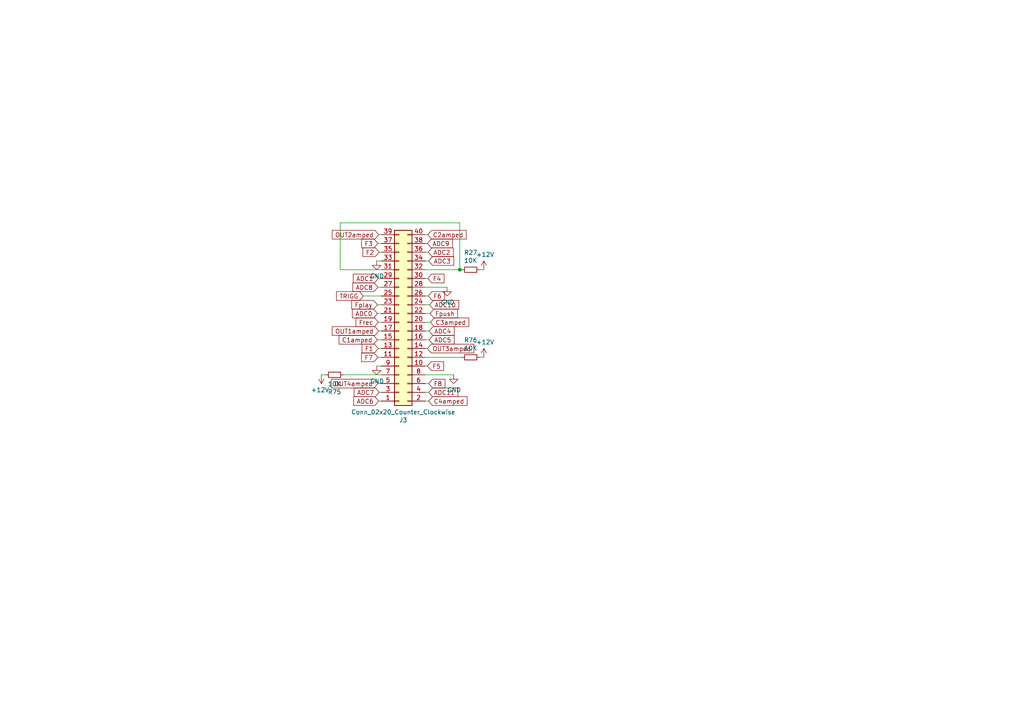
<source format=kicad_sch>
(kicad_sch (version 20211123) (generator eeschema)
  (paper "A4")
  (lib_symbols
    (symbol "Connector_Generic:Conn_02x20_Odd_Even" (pin_names (offset 1.016) hide)
      (property "Reference" "J" (at 1.27 25.4 0))
      (property "Value" "Conn_02x20_Odd_Even" (at 1.27 -27.94 0))
      (symbol "Conn_02x20_Odd_Even_1_1"
        (rectangle (start -1.27 -25.273) (end 0 -25.527) (stroke (width 0.1524)))
        (rectangle (start -1.27 -22.733) (end 0 -22.987) (stroke (width 0.1524)))
        (rectangle (start -1.27 -20.193) (end 0 -20.447) (stroke (width 0.1524)))
        (rectangle (start -1.27 -17.653) (end 0 -17.907) (stroke (width 0.1524)))
        (rectangle (start -1.27 -15.113) (end 0 -15.367) (stroke (width 0.1524)))
        (rectangle (start -1.27 -12.573) (end 0 -12.827) (stroke (width 0.1524)))
        (rectangle (start -1.27 -10.033) (end 0 -10.287) (stroke (width 0.1524)))
        (rectangle (start -1.27 -7.493) (end 0 -7.747) (stroke (width 0.1524)))
        (rectangle (start -1.27 -4.953) (end 0 -5.207) (stroke (width 0.1524)))
        (rectangle (start -1.27 -2.413) (end 0 -2.667) (stroke (width 0.1524)))
        (rectangle (start -1.27 0.127) (end 0 -0.127) (stroke (width 0.1524)))
        (rectangle (start -1.27 2.667) (end 0 2.413) (stroke (width 0.1524)))
        (rectangle (start -1.27 5.207) (end 0 4.953) (stroke (width 0.1524)))
        (rectangle (start -1.27 7.747) (end 0 7.493) (stroke (width 0.1524)))
        (rectangle (start -1.27 10.287) (end 0 10.033) (stroke (width 0.1524)))
        (rectangle (start -1.27 12.827) (end 0 12.573) (stroke (width 0.1524)))
        (rectangle (start -1.27 15.367) (end 0 15.113) (stroke (width 0.1524)))
        (rectangle (start -1.27 17.907) (end 0 17.653) (stroke (width 0.1524)))
        (rectangle (start -1.27 20.447) (end 0 20.193) (stroke (width 0.1524)))
        (rectangle (start -1.27 22.987) (end 0 22.733) (stroke (width 0.1524)))
        (rectangle (start -1.27 24.13) (end 3.81 -26.67) (stroke (width 0.254)) (fill (type background)))
        (rectangle (start 3.81 -25.273) (end 2.54 -25.527) (stroke (width 0.1524)))
        (rectangle (start 3.81 -22.733) (end 2.54 -22.987) (stroke (width 0.1524)))
        (rectangle (start 3.81 -20.193) (end 2.54 -20.447) (stroke (width 0.1524)))
        (rectangle (start 3.81 -17.653) (end 2.54 -17.907) (stroke (width 0.1524)))
        (rectangle (start 3.81 -15.113) (end 2.54 -15.367) (stroke (width 0.1524)))
        (rectangle (start 3.81 -12.573) (end 2.54 -12.827) (stroke (width 0.1524)))
        (rectangle (start 3.81 -10.033) (end 2.54 -10.287) (stroke (width 0.1524)))
        (rectangle (start 3.81 -7.493) (end 2.54 -7.747) (stroke (width 0.1524)))
        (rectangle (start 3.81 -4.953) (end 2.54 -5.207) (stroke (width 0.1524)))
        (rectangle (start 3.81 -2.413) (end 2.54 -2.667) (stroke (width 0.1524)))
        (rectangle (start 3.81 0.127) (end 2.54 -0.127) (stroke (width 0.1524)))
        (rectangle (start 3.81 2.667) (end 2.54 2.413) (stroke (width 0.1524)))
        (rectangle (start 3.81 5.207) (end 2.54 4.953) (stroke (width 0.1524)))
        (rectangle (start 3.81 7.747) (end 2.54 7.493) (stroke (width 0.1524)))
        (rectangle (start 3.81 10.287) (end 2.54 10.033) (stroke (width 0.1524)))
        (rectangle (start 3.81 12.827) (end 2.54 12.573) (stroke (width 0.1524)))
        (rectangle (start 3.81 15.367) (end 2.54 15.113) (stroke (width 0.1524)))
        (rectangle (start 3.81 17.907) (end 2.54 17.653) (stroke (width 0.1524)))
        (rectangle (start 3.81 20.447) (end 2.54 20.193) (stroke (width 0.1524)))
        (rectangle (start 3.81 22.987) (end 2.54 22.733) (stroke (width 0.1524)))
        (pin passive line (at -5.08 22.86 0) (length 3.81) (name "Pin_1") (number "1"))
        (pin passive line (at 7.62 12.7 180) (length 3.81) (name "Pin_10") (number "10"))
        (pin passive line (at -5.08 10.16 0) (length 3.81) (name "Pin_11") (number "11"))
        (pin passive line (at 7.62 10.16 180) (length 3.81) (name "Pin_12") (number "12"))
        (pin passive line (at -5.08 7.62 0) (length 3.81) (name "Pin_13") (number "13"))
        (pin passive line (at 7.62 7.62 180) (length 3.81) (name "Pin_14") (number "14"))
        (pin passive line (at -5.08 5.08 0) (length 3.81) (name "Pin_15") (number "15"))
        (pin passive line (at 7.62 5.08 180) (length 3.81) (name "Pin_16") (number "16"))
        (pin passive line (at -5.08 2.54 0) (length 3.81) (name "Pin_17") (number "17"))
        (pin passive line (at 7.62 2.54 180) (length 3.81) (name "Pin_18") (number "18"))
        (pin passive line (at -5.08 0 0) (length 3.81) (name "Pin_19") (number "19"))
        (pin passive line (at 7.62 22.86 180) (length 3.81) (name "Pin_2") (number "2"))
        (pin passive line (at 7.62 0 180) (length 3.81) (name "Pin_20") (number "20"))
        (pin passive line (at -5.08 -2.54 0) (length 3.81) (name "Pin_21") (number "21"))
        (pin passive line (at 7.62 -2.54 180) (length 3.81) (name "Pin_22") (number "22"))
        (pin passive line (at -5.08 -5.08 0) (length 3.81) (name "Pin_23") (number "23"))
        (pin passive line (at 7.62 -5.08 180) (length 3.81) (name "Pin_24") (number "24"))
        (pin passive line (at -5.08 -7.62 0) (length 3.81) (name "Pin_25") (number "25"))
        (pin passive line (at 7.62 -7.62 180) (length 3.81) (name "Pin_26") (number "26"))
        (pin passive line (at -5.08 -10.16 0) (length 3.81) (name "Pin_27") (number "27"))
        (pin passive line (at 7.62 -10.16 180) (length 3.81) (name "Pin_28") (number "28"))
        (pin passive line (at -5.08 -12.7 0) (length 3.81) (name "Pin_29") (number "29"))
        (pin passive line (at -5.08 20.32 0) (length 3.81) (name "Pin_3") (number "3"))
        (pin passive line (at 7.62 -12.7 180) (length 3.81) (name "Pin_30") (number "30"))
        (pin passive line (at -5.08 -15.24 0) (length 3.81) (name "Pin_31") (number "31"))
        (pin passive line (at 7.62 -15.24 180) (length 3.81) (name "Pin_32") (number "32"))
        (pin passive line (at -5.08 -17.78 0) (length 3.81) (name "Pin_33") (number "33"))
        (pin passive line (at 7.62 -17.78 180) (length 3.81) (name "Pin_34") (number "34"))
        (pin passive line (at -5.08 -20.32 0) (length 3.81) (name "Pin_35") (number "35"))
        (pin passive line (at 7.62 -20.32 180) (length 3.81) (name "Pin_36") (number "36"))
        (pin passive line (at -5.08 -22.86 0) (length 3.81) (name "Pin_37") (number "37"))
        (pin passive line (at 7.62 -22.86 180) (length 3.81) (name "Pin_38") (number "38"))
        (pin passive line (at -5.08 -25.4 0) (length 3.81) (name "Pin_39") (number "39"))
        (pin passive line (at 7.62 20.32 180) (length 3.81) (name "Pin_4") (number "4"))
        (pin passive line (at 7.62 -25.4 180) (length 3.81) (name "Pin_40") (number "40"))
        (pin passive line (at -5.08 17.78 0) (length 3.81) (name "Pin_5") (number "5"))
        (pin passive line (at 7.62 17.78 180) (length 3.81) (name "Pin_6") (number "6"))
        (pin passive line (at -5.08 15.24 0) (length 3.81) (name "Pin_7") (number "7"))
        (pin passive line (at 7.62 15.24 180) (length 3.81) (name "Pin_8") (number "8"))
        (pin passive line (at -5.08 12.7 0) (length 3.81) (name "Pin_9") (number "9"))
      )
    )
    (symbol "Device:R_Small" (pin_numbers hide) (pin_names (offset 0.254) hide)
      (property "Reference" "R" (at 0.762 0.508 0))
      (property "Value" "R_Small" (at 0.762 -1.016 0))
      (symbol "R_Small_0_1"
        (rectangle (start -0.762 1.778) (end 0.762 -1.778) (stroke (width 0.2032)))
      )
      (symbol "R_Small_1_1"
        (pin passive line (at 0 2.54 270) (length 0.762) (name "~") (number "1"))
        (pin passive line (at 0 -2.54 90) (length 0.762) (name "~") (number "2"))
      )
    )
    (symbol "power:+12V" (power) (pin_names (offset 0))
      (property "Value" "+12V" (at 0 3.556 0))
      (symbol "+12V_0_1"
        (polyline (pts (xy -0.762 1.27) (xy 0 2.54)))
        (polyline (pts (xy 0 0) (xy 0 2.54)))
        (polyline (pts (xy 0 2.54) (xy 0.762 1.27)))
      )
      (symbol "+12V_1_1"
        (pin power_in line (at 0 0 90) (length 0) hide (name "+12V") (number "1"))
      )
    )
    (symbol "power:GND" (power) (pin_names (offset 0))
      (property "Value" "GND" (at 0 -3.81 0))
      (symbol "GND_0_1"
        (polyline (pts (xy 0 0) (xy 0 -1.27) (xy 1.27 -1.27) (xy 0 -2.54) (xy -1.27 -1.27) (xy 0 -1.27)))
      )
      (symbol "GND_1_1"
        (pin power_in line (at 0 0 270) (length 0) hide (name "GND") (number "1"))
      )
    )
  )
  (junction (at 133.35 78.232))
  (wire (pts (xy 139.065 103.632) (xy 140.335 103.632)))
  (wire (pts (xy 105.41 85.852) (xy 110.617 85.852)))
  (wire (pts (xy 123.317 103.632) (xy 133.985 103.632)))
  (wire (pts (xy 133.35 78.232) (xy 133.985 78.232)))
  (wire (pts (xy 133.35 78.232) (xy 133.35 64.643)))
  (wire (pts (xy 109.601 111.252) (xy 110.617 111.252)))
  (wire (pts (xy 123.317 90.932) (xy 124.714 90.932)))
  (wire (pts (xy 109.474 90.932) (xy 110.617 90.932)))
  (wire (pts (xy 109.22 75.692) (xy 110.617 75.692)))
  (wire (pts (xy 109.601 83.312) (xy 110.617 83.312)))
  (wire (pts (xy 123.317 113.792) (xy 124.333 113.792)))
  (wire (pts (xy 109.855 96.012) (xy 110.617 96.012)))
  (wire (pts (xy 109.474 98.552) (xy 110.617 98.552)))
  (wire (pts (xy 109.601 103.632) (xy 110.617 103.632)))
  (wire (pts (xy 109.855 68.072) (xy 110.617 68.072)))
  (wire (pts (xy 98.679 78.232) (xy 110.617 78.232)))
  (wire (pts (xy 123.317 68.072) (xy 124.079 68.072)))
  (wire (pts (xy 123.317 78.232) (xy 133.35 78.232)))
  (wire (pts (xy 109.474 88.392) (xy 110.617 88.392)))
  (wire (pts (xy 109.728 101.092) (xy 110.617 101.092)))
  (wire (pts (xy 123.317 101.092) (xy 123.952 101.092)))
  (wire (pts (xy 123.317 80.772) (xy 124.079 80.772)))
  (wire (pts (xy 109.982 113.792) (xy 110.617 113.792)))
  (wire (pts (xy 98.679 64.643) (xy 98.679 78.232)))
  (wire (pts (xy 123.317 70.612) (xy 123.952 70.612)))
  (wire (pts (xy 123.317 96.012) (xy 124.46 96.012)))
  (wire (pts (xy 123.317 88.392) (xy 124.587 88.392)))
  (wire (pts (xy 123.317 93.472) (xy 124.841 93.472)))
  (wire (pts (xy 133.35 64.643) (xy 98.679 64.643)))
  (wire (pts (xy 99.568 108.712) (xy 110.617 108.712)))
  (wire (pts (xy 109.728 93.472) (xy 110.617 93.472)))
  (wire (pts (xy 123.317 98.552) (xy 124.46 98.552)))
  (wire (pts (xy 109.728 80.772) (xy 110.617 80.772)))
  (wire (pts (xy 94.488 108.712) (xy 93.218 108.712)))
  (wire (pts (xy 123.317 73.152) (xy 124.206 73.152)))
  (wire (pts (xy 123.317 108.712) (xy 131.572 108.712)))
  (wire (pts (xy 123.317 116.332) (xy 124.333 116.332)))
  (wire (pts (xy 109.855 116.332) (xy 110.617 116.332)))
  (wire (pts (xy 123.317 85.852) (xy 124.206 85.852)))
  (wire (pts (xy 139.065 78.232) (xy 140.335 78.232)))
  (wire (pts (xy 109.601 70.612) (xy 110.617 70.612)))
  (wire (pts (xy 123.317 106.172) (xy 123.952 106.172)))
  (wire (pts (xy 109.982 73.152) (xy 110.617 73.152)))
  (wire (pts (xy 109.22 106.172) (xy 110.617 106.172)))
  (wire (pts (xy 123.317 111.252) (xy 124.333 111.252)))
  (wire (pts (xy 123.317 75.692) (xy 124.333 75.692)))
  (wire (pts (xy 123.317 83.312) (xy 129.667 83.312)))
  (global_label "Frec" (shape input) (at 109.728 93.472 180) (property "Intersheet References" "${INTERSHEET_REFS}" (effects hide)))
  (global_label "F6" (shape input) (at 124.206 85.852 0) (property "Intersheet References" "${INTERSHEET_REFS}" (effects hide)))
  (global_label "Fpush" (shape input) (at 124.714 90.932 0) (property "Intersheet References" "${INTERSHEET_REFS}" (effects hide)))
  (global_label "F2" (shape input) (at 109.982 73.152 180) (property "Intersheet References" "${INTERSHEET_REFS}" (effects hide)))
  (global_label "ADC3" (shape input) (at 124.333 75.692 0) (property "Intersheet References" "${INTERSHEET_REFS}" (effects hide)))
  (global_label "C4amped" (shape input) (at 124.333 116.332 0) (property "Intersheet References" "${INTERSHEET_REFS}" (effects hide)))
  (global_label "ADC4" (shape input) (at 124.46 96.012 0) (property "Intersheet References" "${INTERSHEET_REFS}" (effects hide)))
  (global_label "OUT3amped" (shape input) (at 123.952 101.092 0) (property "Intersheet References" "${INTERSHEET_REFS}" (effects hide)))
  (global_label "OUT1amped" (shape input) (at 109.855 96.012 180) (property "Intersheet References" "${INTERSHEET_REFS}" (effects hide)))
  (global_label "F5" (shape input) (at 123.952 106.172 0) (property "Intersheet References" "${INTERSHEET_REFS}" (effects hide)))
  (global_label "OUT2amped" (shape input) (at 109.855 68.072 180) (property "Intersheet References" "${INTERSHEET_REFS}" (effects hide)))
  (global_label "ADC11" (shape input) (at 124.333 113.792 0) (property "Intersheet References" "${INTERSHEET_REFS}" (effects hide)))
  (global_label "ADC0" (shape input) (at 109.474 90.932 180) (property "Intersheet References" "${INTERSHEET_REFS}" (effects hide)))
  (global_label "ADC1" (shape input) (at 109.728 80.772 180) (property "Intersheet References" "${INTERSHEET_REFS}" (effects hide)))
  (global_label "F7" (shape input) (at 109.601 103.632 180) (property "Intersheet References" "${INTERSHEET_REFS}" (effects hide)))
  (global_label "F4" (shape input) (at 124.079 80.772 0) (property "Intersheet References" "${INTERSHEET_REFS}" (effects hide)))
  (global_label "ADC8" (shape input) (at 109.601 83.312 180) (property "Intersheet References" "${INTERSHEET_REFS}" (effects hide)))
  (global_label "TRIGG" (shape input) (at 105.41 85.852 180) (property "Intersheet References" "${INTERSHEET_REFS}" (effects hide)))
  (global_label "C1amped" (shape input) (at 109.474 98.552 180) (property "Intersheet References" "${INTERSHEET_REFS}" (effects hide)))
  (global_label "F8" (shape input) (at 124.333 111.252 0) (property "Intersheet References" "${INTERSHEET_REFS}" (effects hide)))
  (global_label "OUT4amped" (shape input) (at 109.601 111.252 180) (property "Intersheet References" "${INTERSHEET_REFS}" (effects hide)))
  (global_label "ADC2" (shape input) (at 124.206 73.152 0) (property "Intersheet References" "${INTERSHEET_REFS}" (effects hide)))
  (global_label "ADC10" (shape input) (at 124.587 88.392 0) (property "Intersheet References" "${INTERSHEET_REFS}" (effects hide)))
  (global_label "ADC6" (shape input) (at 109.855 116.332 180) (property "Intersheet References" "${INTERSHEET_REFS}" (effects hide)))
  (global_label "Fplay" (shape input) (at 109.474 88.392 180) (property "Intersheet References" "${INTERSHEET_REFS}" (effects hide)))
  (global_label "C3amped" (shape input) (at 124.841 93.472 0) (property "Intersheet References" "${INTERSHEET_REFS}" (effects hide)))
  (global_label "C2amped" (shape input) (at 124.079 68.072 0) (property "Intersheet References" "${INTERSHEET_REFS}" (effects hide)))
  (global_label "ADC9" (shape input) (at 123.952 70.612 0) (property "Intersheet References" "${INTERSHEET_REFS}" (effects hide)))
  (global_label "ADC5" (shape input) (at 124.46 98.552 0) (property "Intersheet References" "${INTERSHEET_REFS}" (effects hide)))
  (global_label "ADC7" (shape input) (at 109.982 113.792 180) (property "Intersheet References" "${INTERSHEET_REFS}" (effects hide)))
  (global_label "F1" (shape input) (at 109.728 101.092 180) (property "Intersheet References" "${INTERSHEET_REFS}" (effects hide)))
  (global_label "F3" (shape input) (at 109.601 70.612 180) (property "Intersheet References" "${INTERSHEET_REFS}" (effects hide)))
  (symbol (lib_id "power:GND") (at 109.22 75.692 0) (unit 1)
    (property "Reference" "#PWR072" (effects hide))
    (property "Value" "GND" (at 109.347 80.0862 0))
  )
  (symbol (lib_id "power:GND") (at 109.22 106.172 0) (unit 1)
    (property "Reference" "#PWR073" (effects hide))
    (property "Value" "GND" (at 109.347 110.5662 0))
  )
  (symbol (lib_id "power:GND") (at 131.572 108.712 0) (unit 1)
    (property "Reference" "#PWR076" (effects hide))
    (property "Value" "GND" (at 131.699 113.1062 0))
  )
  (symbol (lib_id "power:GND") (at 129.667 83.312 0) (unit 1)
    (property "Reference" "#PWR074" (effects hide))
    (property "Value" "GND" (at 129.794 87.7062 0))
  )
  (symbol (lib_id "Connector_Generic:Conn_02x20_Odd_Even") (at 115.697 93.472 0) (mirror x) (unit 1)
    (property "Reference" "J3" (at 116.967 121.8438 0))
    (property "Value" "Conn_02x20_Counter_Clockwise" (at 116.967 119.5324 0))
    (property "Footprint" "Pin_Headers:Pin_Header_Straight_2x20_Pitch2.54mm" (effects hide))
  )
  (symbol (lib_id "power:+12V") (at 140.335 103.632 0) (unit 1)
    (property "Reference" "#PWR040" (effects hide))
    (property "Value" "+12V" (at 140.716 99.2378 0))
  )
  (symbol (lib_id "Device:R_Small") (at 97.028 108.712 270) (unit 1)
    (property "Reference" "R75" (at 97.028 113.6904 90))
    (property "Value" "10K" (at 97.028 111.379 90))
    (property "Footprint" "Resistor_SMD:R_0805_2012Metric" (effects hide))
  )
  (symbol (lib_id "power:+12V") (at 93.218 108.712 180) (unit 1)
    (property "Reference" "#PWR039" (effects hide))
    (property "Value" "+12V" (at 92.837 113.1062 0))
  )
  (symbol (lib_id "Device:R_Small") (at 136.525 78.232 90) (unit 1)
    (property "Reference" "R27" (at 136.525 73.2536 90))
    (property "Value" "10K" (at 136.525 75.565 90))
    (property "Footprint" "Resistor_SMD:R_0805_2012Metric" (effects hide))
  )
  (symbol (lib_id "power:+12V") (at 140.335 78.232 0) (unit 1)
    (property "Reference" "#PWR0184" (effects hide))
    (property "Value" "+12V" (at 140.716 73.8378 0))
  )
  (symbol (lib_id "Device:R_Small") (at 136.525 103.632 90) (unit 1)
    (property "Reference" "R76" (at 136.525 98.6536 90))
    (property "Value" "10K" (at 136.525 100.965 90))
    (property "Footprint" "Resistor_SMD:R_0805_2012Metric" (effects hide))
  )
)
</source>
